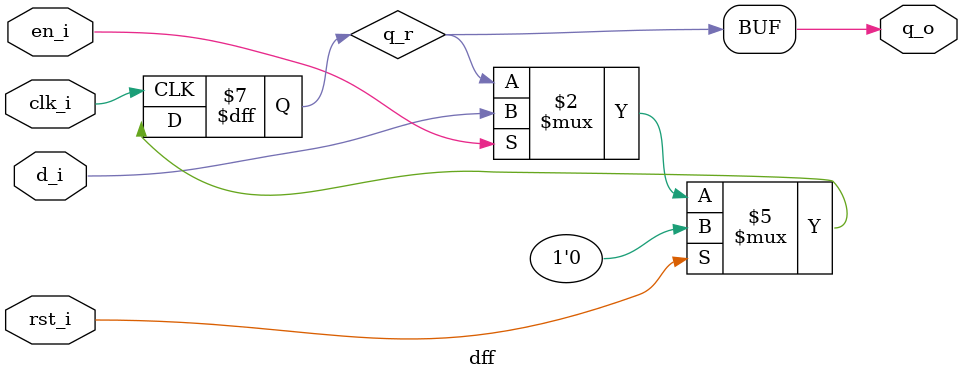
<source format=sv>
module dff #(
  parameter logic [0:0] ResetVal = 1'b0
)  (
   input [0:0] clk_i
  ,input [0:0] rst_i // positive-polarity, synchronous reset
  ,input [0:0] d_i
  ,input [0:0] en_i
  ,output [0:0] q_o);

  // Internal register.
  logic [0:0] q_r;
  // It is also possible to declare:
  //
  // output logic [0:0] q_o
  //
  // In the module ports declaration but I like that less since q_o
  // hides the fact that it is also a register.

  // This describes the internal FF behavior
  always_ff @(posedge clk_i) begin
    if(rst_i) begin // Positive, synchronous reset
      q_r <= ResetVal;
    end else if (en_i) begin
      q_r <= d_i;
    end
  end

  // Connect the state element to the output
  assign q_o = q_r;
endmodule

</source>
